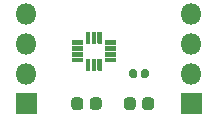
<source format=gbr>
%TF.GenerationSoftware,KiCad,Pcbnew,5.1.8-db9833491~87~ubuntu20.04.1*%
%TF.CreationDate,2020-11-21T16:44:56+09:00*%
%TF.ProjectId,ICM-42688-P_breakout,49434d2d-3432-4363-9838-2d505f627265,V1.0.0*%
%TF.SameCoordinates,Original*%
%TF.FileFunction,Soldermask,Top*%
%TF.FilePolarity,Negative*%
%FSLAX46Y46*%
G04 Gerber Fmt 4.6, Leading zero omitted, Abs format (unit mm)*
G04 Created by KiCad (PCBNEW 5.1.8-db9833491~87~ubuntu20.04.1) date 2020-11-21 16:44:56*
%MOMM*%
%LPD*%
G01*
G04 APERTURE LIST*
%ADD10O,1.800000X1.800000*%
G04 APERTURE END LIST*
D10*
%TO.C,J2*%
X142875000Y-86995000D03*
X142875000Y-89535000D03*
X142875000Y-92075000D03*
G36*
G01*
X143775000Y-93765000D02*
X143775000Y-95465000D01*
G75*
G02*
X143725000Y-95515000I-50000J0D01*
G01*
X142025000Y-95515000D01*
G75*
G02*
X141975000Y-95465000I0J50000D01*
G01*
X141975000Y-93765000D01*
G75*
G02*
X142025000Y-93715000I50000J0D01*
G01*
X143725000Y-93715000D01*
G75*
G02*
X143775000Y-93765000I0J-50000D01*
G01*
G37*
%TD*%
%TO.C,J1*%
X128905000Y-86995000D03*
X128905000Y-89535000D03*
X128905000Y-92075000D03*
G36*
G01*
X129805000Y-93765000D02*
X129805000Y-95465000D01*
G75*
G02*
X129755000Y-95515000I-50000J0D01*
G01*
X128055000Y-95515000D01*
G75*
G02*
X128005000Y-95465000I0J50000D01*
G01*
X128005000Y-93765000D01*
G75*
G02*
X128055000Y-93715000I50000J0D01*
G01*
X129755000Y-93715000D01*
G75*
G02*
X129805000Y-93765000I0J-50000D01*
G01*
G37*
%TD*%
%TO.C,C3*%
G36*
G01*
X138705000Y-94890000D02*
X138705000Y-94340000D01*
G75*
G02*
X138955000Y-94090000I250000J0D01*
G01*
X139455000Y-94090000D01*
G75*
G02*
X139705000Y-94340000I0J-250000D01*
G01*
X139705000Y-94890000D01*
G75*
G02*
X139455000Y-95140000I-250000J0D01*
G01*
X138955000Y-95140000D01*
G75*
G02*
X138705000Y-94890000I0J250000D01*
G01*
G37*
G36*
G01*
X137155000Y-94890000D02*
X137155000Y-94340000D01*
G75*
G02*
X137405000Y-94090000I250000J0D01*
G01*
X137905000Y-94090000D01*
G75*
G02*
X138155000Y-94340000I0J-250000D01*
G01*
X138155000Y-94890000D01*
G75*
G02*
X137905000Y-95140000I-250000J0D01*
G01*
X137405000Y-95140000D01*
G75*
G02*
X137155000Y-94890000I0J250000D01*
G01*
G37*
%TD*%
%TO.C,C2*%
G36*
G01*
X138580000Y-92270000D02*
X138580000Y-91880000D01*
G75*
G02*
X138745000Y-91715000I165000J0D01*
G01*
X139075000Y-91715000D01*
G75*
G02*
X139240000Y-91880000I0J-165000D01*
G01*
X139240000Y-92270000D01*
G75*
G02*
X139075000Y-92435000I-165000J0D01*
G01*
X138745000Y-92435000D01*
G75*
G02*
X138580000Y-92270000I0J165000D01*
G01*
G37*
G36*
G01*
X137620000Y-92270000D02*
X137620000Y-91880000D01*
G75*
G02*
X137785000Y-91715000I165000J0D01*
G01*
X138115000Y-91715000D01*
G75*
G02*
X138280000Y-91880000I0J-165000D01*
G01*
X138280000Y-92270000D01*
G75*
G02*
X138115000Y-92435000I-165000J0D01*
G01*
X137785000Y-92435000D01*
G75*
G02*
X137620000Y-92270000I0J165000D01*
G01*
G37*
%TD*%
%TO.C,C1*%
G36*
G01*
X134260000Y-94890000D02*
X134260000Y-94340000D01*
G75*
G02*
X134510000Y-94090000I250000J0D01*
G01*
X135010000Y-94090000D01*
G75*
G02*
X135260000Y-94340000I0J-250000D01*
G01*
X135260000Y-94890000D01*
G75*
G02*
X135010000Y-95140000I-250000J0D01*
G01*
X134510000Y-95140000D01*
G75*
G02*
X134260000Y-94890000I0J250000D01*
G01*
G37*
G36*
G01*
X132710000Y-94890000D02*
X132710000Y-94340000D01*
G75*
G02*
X132960000Y-94090000I250000J0D01*
G01*
X133460000Y-94090000D01*
G75*
G02*
X133710000Y-94340000I0J-250000D01*
G01*
X133710000Y-94890000D01*
G75*
G02*
X133460000Y-95140000I-250000J0D01*
G01*
X132960000Y-95140000D01*
G75*
G02*
X132710000Y-94890000I0J250000D01*
G01*
G37*
%TD*%
%TO.C,IC1*%
G36*
G01*
X133920000Y-89470000D02*
X133920000Y-88570000D01*
G75*
G02*
X133970000Y-88520000I50000J0D01*
G01*
X134270000Y-88520000D01*
G75*
G02*
X134320000Y-88570000I0J-50000D01*
G01*
X134320000Y-89470000D01*
G75*
G02*
X134270000Y-89520000I-50000J0D01*
G01*
X133970000Y-89520000D01*
G75*
G02*
X133920000Y-89470000I0J50000D01*
G01*
G37*
G36*
G01*
X134420000Y-89470000D02*
X134420000Y-88570000D01*
G75*
G02*
X134470000Y-88520000I50000J0D01*
G01*
X134770000Y-88520000D01*
G75*
G02*
X134820000Y-88570000I0J-50000D01*
G01*
X134820000Y-89470000D01*
G75*
G02*
X134770000Y-89520000I-50000J0D01*
G01*
X134470000Y-89520000D01*
G75*
G02*
X134420000Y-89470000I0J50000D01*
G01*
G37*
G36*
G01*
X134920000Y-89470000D02*
X134920000Y-88570000D01*
G75*
G02*
X134970000Y-88520000I50000J0D01*
G01*
X135270000Y-88520000D01*
G75*
G02*
X135320000Y-88570000I0J-50000D01*
G01*
X135320000Y-89470000D01*
G75*
G02*
X135270000Y-89520000I-50000J0D01*
G01*
X134970000Y-89520000D01*
G75*
G02*
X134920000Y-89470000I0J50000D01*
G01*
G37*
G36*
G01*
X136470000Y-89620000D02*
X135570000Y-89620000D01*
G75*
G02*
X135520000Y-89570000I0J50000D01*
G01*
X135520000Y-89270000D01*
G75*
G02*
X135570000Y-89220000I50000J0D01*
G01*
X136470000Y-89220000D01*
G75*
G02*
X136520000Y-89270000I0J-50000D01*
G01*
X136520000Y-89570000D01*
G75*
G02*
X136470000Y-89620000I-50000J0D01*
G01*
G37*
G36*
G01*
X136470000Y-90120000D02*
X135570000Y-90120000D01*
G75*
G02*
X135520000Y-90070000I0J50000D01*
G01*
X135520000Y-89770000D01*
G75*
G02*
X135570000Y-89720000I50000J0D01*
G01*
X136470000Y-89720000D01*
G75*
G02*
X136520000Y-89770000I0J-50000D01*
G01*
X136520000Y-90070000D01*
G75*
G02*
X136470000Y-90120000I-50000J0D01*
G01*
G37*
G36*
G01*
X136470000Y-90620000D02*
X135570000Y-90620000D01*
G75*
G02*
X135520000Y-90570000I0J50000D01*
G01*
X135520000Y-90270000D01*
G75*
G02*
X135570000Y-90220000I50000J0D01*
G01*
X136470000Y-90220000D01*
G75*
G02*
X136520000Y-90270000I0J-50000D01*
G01*
X136520000Y-90570000D01*
G75*
G02*
X136470000Y-90620000I-50000J0D01*
G01*
G37*
G36*
G01*
X136470000Y-91120000D02*
X135570000Y-91120000D01*
G75*
G02*
X135520000Y-91070000I0J50000D01*
G01*
X135520000Y-90770000D01*
G75*
G02*
X135570000Y-90720000I50000J0D01*
G01*
X136470000Y-90720000D01*
G75*
G02*
X136520000Y-90770000I0J-50000D01*
G01*
X136520000Y-91070000D01*
G75*
G02*
X136470000Y-91120000I-50000J0D01*
G01*
G37*
G36*
G01*
X134920000Y-91770000D02*
X134920000Y-90870000D01*
G75*
G02*
X134970000Y-90820000I50000J0D01*
G01*
X135270000Y-90820000D01*
G75*
G02*
X135320000Y-90870000I0J-50000D01*
G01*
X135320000Y-91770000D01*
G75*
G02*
X135270000Y-91820000I-50000J0D01*
G01*
X134970000Y-91820000D01*
G75*
G02*
X134920000Y-91770000I0J50000D01*
G01*
G37*
G36*
G01*
X134420000Y-91770000D02*
X134420000Y-90870000D01*
G75*
G02*
X134470000Y-90820000I50000J0D01*
G01*
X134770000Y-90820000D01*
G75*
G02*
X134820000Y-90870000I0J-50000D01*
G01*
X134820000Y-91770000D01*
G75*
G02*
X134770000Y-91820000I-50000J0D01*
G01*
X134470000Y-91820000D01*
G75*
G02*
X134420000Y-91770000I0J50000D01*
G01*
G37*
G36*
G01*
X133920000Y-91770000D02*
X133920000Y-90870000D01*
G75*
G02*
X133970000Y-90820000I50000J0D01*
G01*
X134270000Y-90820000D01*
G75*
G02*
X134320000Y-90870000I0J-50000D01*
G01*
X134320000Y-91770000D01*
G75*
G02*
X134270000Y-91820000I-50000J0D01*
G01*
X133970000Y-91820000D01*
G75*
G02*
X133920000Y-91770000I0J50000D01*
G01*
G37*
G36*
G01*
X133670000Y-91120000D02*
X132770000Y-91120000D01*
G75*
G02*
X132720000Y-91070000I0J50000D01*
G01*
X132720000Y-90770000D01*
G75*
G02*
X132770000Y-90720000I50000J0D01*
G01*
X133670000Y-90720000D01*
G75*
G02*
X133720000Y-90770000I0J-50000D01*
G01*
X133720000Y-91070000D01*
G75*
G02*
X133670000Y-91120000I-50000J0D01*
G01*
G37*
G36*
G01*
X133670000Y-90620000D02*
X132770000Y-90620000D01*
G75*
G02*
X132720000Y-90570000I0J50000D01*
G01*
X132720000Y-90270000D01*
G75*
G02*
X132770000Y-90220000I50000J0D01*
G01*
X133670000Y-90220000D01*
G75*
G02*
X133720000Y-90270000I0J-50000D01*
G01*
X133720000Y-90570000D01*
G75*
G02*
X133670000Y-90620000I-50000J0D01*
G01*
G37*
G36*
G01*
X133670000Y-90120000D02*
X132770000Y-90120000D01*
G75*
G02*
X132720000Y-90070000I0J50000D01*
G01*
X132720000Y-89770000D01*
G75*
G02*
X132770000Y-89720000I50000J0D01*
G01*
X133670000Y-89720000D01*
G75*
G02*
X133720000Y-89770000I0J-50000D01*
G01*
X133720000Y-90070000D01*
G75*
G02*
X133670000Y-90120000I-50000J0D01*
G01*
G37*
G36*
G01*
X133670000Y-89620000D02*
X132770000Y-89620000D01*
G75*
G02*
X132720000Y-89570000I0J50000D01*
G01*
X132720000Y-89270000D01*
G75*
G02*
X132770000Y-89220000I50000J0D01*
G01*
X133670000Y-89220000D01*
G75*
G02*
X133720000Y-89270000I0J-50000D01*
G01*
X133720000Y-89570000D01*
G75*
G02*
X133670000Y-89620000I-50000J0D01*
G01*
G37*
%TD*%
M02*

</source>
